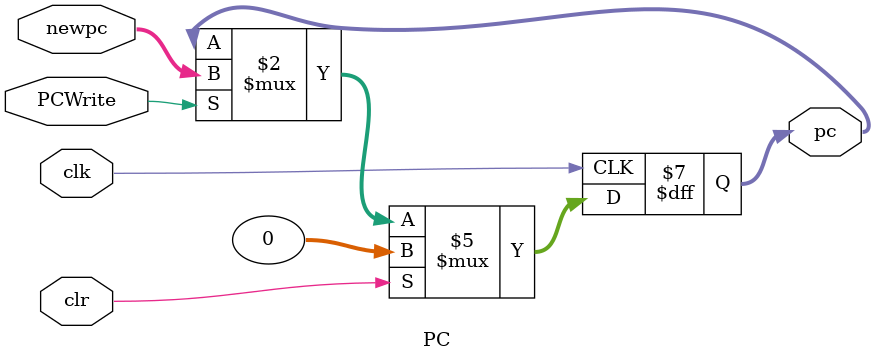
<source format=v>
module PC (clk , clr , PCWrite, newpc, pc);
    input clk , clr;
    input PCWrite;
    input [31:0] newpc;
    output reg [31:0] pc;

    always @(posedge clk) begin
        if (clr) begin 
            pc <= 32'b0;
        end 
        else if(PCWrite) begin
            pc <= newpc;
        end
    end
endmodule
</source>
